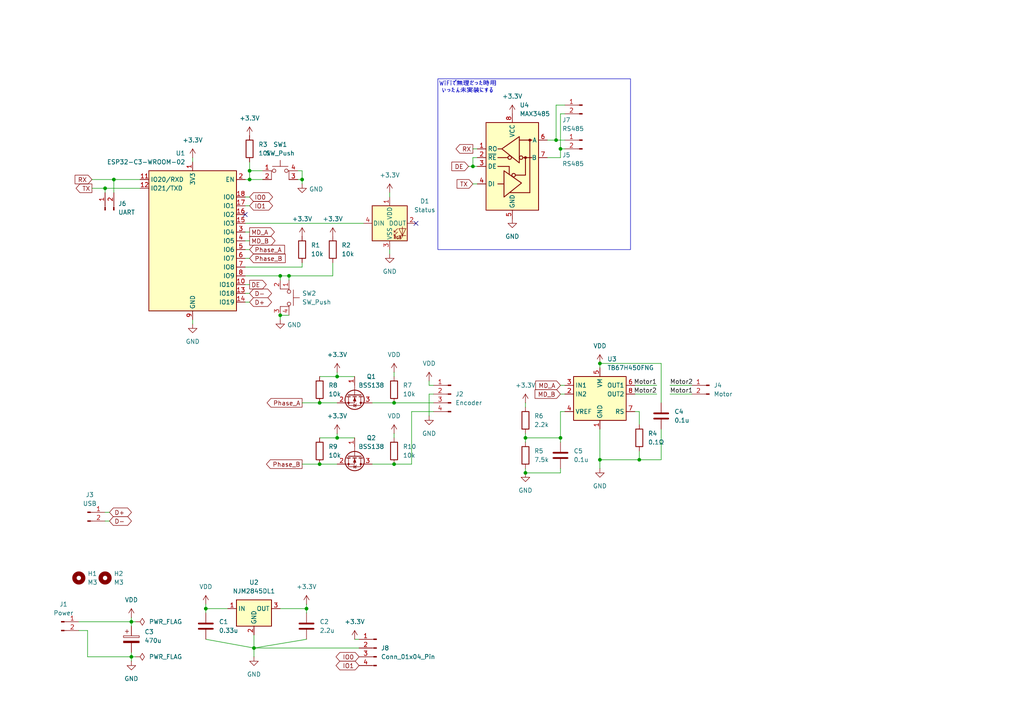
<source format=kicad_sch>
(kicad_sch (version 20250114) (generator "eeschema") (generator_version "9.0")
  (paper "A4")
  (lib_symbols
    (symbol "Connector:Conn_01x02_Pin" (pin_names (offset 1.016) (hide yes))
      (property "Reference" "J" (at 0 2.54 0))
      (property "Value" "Conn_01x02_Pin" (at 0 -5.08 0))
      (symbol "Conn_01x02_Pin_1_1"
        (rectangle (start 0.8636 0.127) (end 0 -0.127) (stroke (width 0.1524)) (fill (type outline)))
        (rectangle (start 0.8636 -2.413) (end 0 -2.667) (stroke (width 0.1524)) (fill (type outline)))
        (polyline (pts (xy 1.27 0) (xy 0.8636 0)) (stroke (width 0.1524)))
        (polyline (pts (xy 1.27 -2.54) (xy 0.8636 -2.54)) (stroke (width 0.1524)))
        (pin passive line (at 5.08 0 180) (length 3.81) (name "Pin_1") (number "1"))
        (pin passive line (at 5.08 -2.54 180) (length 3.81) (name "Pin_2") (number "2"))
      )
    )
    (symbol "Connector:Conn_01x04_Pin" (pin_names (offset 1.016) (hide yes))
      (property "Reference" "J" (at 0 5.08 0))
      (property "Value" "Conn_01x04_Pin" (at 0 -7.62 0))
      (symbol "Conn_01x04_Pin_1_1"
        (rectangle (start 0.8636 2.667) (end 0 2.413) (stroke (width 0.1524)) (fill (type outline)))
        (rectangle (start 0.8636 0.127) (end 0 -0.127) (stroke (width 0.1524)) (fill (type outline)))
        (rectangle (start 0.8636 -2.413) (end 0 -2.667) (stroke (width 0.1524)) (fill (type outline)))
        (rectangle (start 0.8636 -4.953) (end 0 -5.207) (stroke (width 0.1524)) (fill (type outline)))
        (polyline (pts (xy 1.27 2.54) (xy 0.8636 2.54)) (stroke (width 0.1524)))
        (polyline (pts (xy 1.27 0) (xy 0.8636 0)) (stroke (width 0.1524)))
        (polyline (pts (xy 1.27 -2.54) (xy 0.8636 -2.54)) (stroke (width 0.1524)))
        (polyline (pts (xy 1.27 -5.08) (xy 0.8636 -5.08)) (stroke (width 0.1524)))
        (pin passive line (at 5.08 2.54 180) (length 3.81) (name "Pin_1") (number "1"))
        (pin passive line (at 5.08 0 180) (length 3.81) (name "Pin_2") (number "2"))
        (pin passive line (at 5.08 -2.54 180) (length 3.81) (name "Pin_3") (number "3"))
        (pin passive line (at 5.08 -5.08 180) (length 3.81) (name "Pin_4") (number "4"))
      )
    )
    (symbol "Device:C" (pin_numbers (hide yes)) (pin_names (offset 0.254))
      (property "Reference" "C" (at 0.635 2.54 0))
      (property "Value" "C" (at 0.635 -2.54 0))
      (symbol "C_0_1"
        (polyline (pts (xy -2.032 0.762) (xy 2.032 0.762)) (stroke (width 0.508)))
        (polyline (pts (xy -2.032 -0.762) (xy 2.032 -0.762)) (stroke (width 0.508)))
      )
      (symbol "C_1_1"
        (pin passive line (at 0 3.81 270) (length 2.794) (name "~") (number "1"))
        (pin passive line (at 0 -3.81 90) (length 2.794) (name "~") (number "2"))
      )
    )
    (symbol "Device:C_Polarized" (pin_numbers (hide yes)) (pin_names (offset 0.254))
      (property "Reference" "C" (at 0.635 2.54 0))
      (property "Value" "C_Polarized" (at 0.635 -2.54 0))
      (symbol "C_Polarized_0_1"
        (rectangle (start -2.286 0.508) (end 2.286 1.016))
        (polyline (pts (xy -1.778 2.286) (xy -0.762 2.286)))
        (polyline (pts (xy -1.27 2.794) (xy -1.27 1.778)))
        (rectangle (start 2.286 -0.508) (end -2.286 -1.016) (fill (type outline)))
      )
      (symbol "C_Polarized_1_1"
        (pin passive line (at 0 3.81 270) (length 2.794) (name "~") (number "1"))
        (pin passive line (at 0 -3.81 90) (length 2.794) (name "~") (number "2"))
      )
    )
    (symbol "Device:R" (pin_numbers (hide yes)) (pin_names (offset 0))
      (property "Reference" "R" (at 2.032 0 90))
      (property "Value" "R" (at 0 0 90))
      (symbol "R_0_1"
        (rectangle (start -1.016 -2.54) (end 1.016 2.54) (stroke (width 0.254)))
      )
      (symbol "R_1_1"
        (pin passive line (at 0 3.81 270) (length 1.27) (name "~") (number "1"))
        (pin passive line (at 0 -3.81 90) (length 1.27) (name "~") (number "2"))
      )
    )
    (symbol "Interface_UART:MAX3485"
      (property "Reference" "U" (at -6.985 13.97 0))
      (property "Value" "MAX3485" (at 1.905 13.97 0))
      (symbol "MAX3485_0_1"
        (rectangle (start -7.62 12.7) (end 7.62 -12.7) (stroke (width 0.254)) (fill (type background)))
        (polyline (pts (xy -4.191 2.54) (xy -1.27 2.54)) (stroke (width 0.254)))
        (polyline (pts (xy -4.191 0) (xy -0.889 0) (xy -0.889 -2.286)) (stroke (width 0.254)))
        (polyline (pts (xy -3.175 5.08) (xy -4.191 5.08) (xy -4.064 5.08)) (stroke (width 0.254)))
        (polyline (pts (xy -2.54 -5.08) (xy -4.191 -5.08)) (stroke (width 0.254)))
        (polyline (pts (xy -2.413 -5.08) (xy -2.413 -1.27) (xy 2.667 -4.826) (xy -2.413 -8.89) (xy -2.413 -5.08)) (stroke (width 0.254)))
        (polyline (pts (xy -0.635 -7.62) (xy 5.08 -7.62)) (stroke (width 0.254)))
        (circle (center 0.381 -2.54) (radius 0.508) (stroke (width 0.254)))
        (polyline (pts (xy 0.889 -2.54) (xy 3.81 -2.54)) (stroke (width 0.254)))
        (polyline (pts (xy 2.032 7.62) (xy 5.715 7.62)) (stroke (width 0.254)))
        (polyline (pts (xy 3.048 2.54) (xy 5.715 2.54)) (stroke (width 0.254)))
        (circle (center 3.81 2.54) (radius 0.2794) (stroke (width 0.254)) (fill (type outline)))
        (polyline (pts (xy 3.81 -2.54) (xy 3.81 2.54)) (stroke (width 0.254)))
        (polyline (pts (xy 5.08 -7.62) (xy 5.08 7.62)) (stroke (width 0.254)))
      )
      (symbol "MAX3485_1_1"
        (circle (center -0.762 2.54) (radius 0.508) (stroke (width 0.254)))
        (polyline (pts (xy 2.032 4.826) (xy 2.032 8.636) (xy -3.048 5.08) (xy 2.032 1.016) (xy 2.032 4.826)) (stroke (width 0.254)))
        (circle (center 2.54 2.54) (radius 0.508) (stroke (width 0.254)))
        (circle (center 5.08 7.62) (radius 0.2794) (stroke (width 0.254)) (fill (type outline)))
        (pin output line (at -10.16 5.08 0) (length 2.54) (name "RO") (number "1"))
        (pin input line (at -10.16 2.54 0) (length 2.54) (name "~{RE}") (number "2"))
        (pin input line (at -10.16 0 0) (length 2.54) (name "DE") (number "3"))
        (pin input line (at -10.16 -5.08 0) (length 2.54) (name "DI") (number "4"))
        (pin power_in line (at 0 15.24 270) (length 2.54) (name "VCC") (number "8"))
        (pin power_in line (at 0 -15.24 90) (length 2.54) (name "GND") (number "5"))
        (pin bidirectional line (at 10.16 7.62 180) (length 2.54) (name "A") (number "6"))
        (pin bidirectional line (at 10.16 2.54 180) (length 2.54) (name "B") (number "7"))
      )
    )
    (symbol "LED:WS2812B" (pin_names (offset 0.254))
      (property "Reference" "D" (at 5.08 5.715 0))
      (property "Value" "WS2812B" (at 1.27 -5.715 0))
      (symbol "WS2812B_0_0"
        (text "RGB" (at 2.286 -4.191 0) (effects (font (size 0.762 0.762))))
      )
      (symbol "WS2812B_0_1"
        (polyline (pts (xy 1.27 -2.54) (xy 1.778 -2.54)))
        (polyline (pts (xy 1.27 -3.556) (xy 1.778 -3.556)))
        (polyline (pts (xy 2.286 -1.524) (xy 1.27 -2.54) (xy 1.27 -2.032)))
        (polyline (pts (xy 2.286 -2.54) (xy 1.27 -3.556) (xy 1.27 -3.048)))
        (polyline (pts (xy 3.683 -1.016) (xy 3.683 -3.556) (xy 3.683 -4.064)))
        (polyline (pts (xy 4.699 -1.524) (xy 2.667 -1.524) (xy 3.683 -3.556) (xy 4.699 -1.524)))
        (polyline (pts (xy 4.699 -3.556) (xy 2.667 -3.556)))
        (rectangle (start 5.08 5.08) (end -5.08 -5.08) (stroke (width 0.254)) (fill (type background)))
      )
      (symbol "WS2812B_1_1"
        (pin input line (at -7.62 0 0) (length 2.54) (name "DIN") (number "4"))
        (pin power_in line (at 0 7.62 270) (length 2.54) (name "VDD") (number "1"))
        (pin power_in line (at 0 -7.62 90) (length 2.54) (name "VSS") (number "3"))
        (pin output line (at 7.62 0 180) (length 2.54) (name "DOUT") (number "2"))
      )
    )
    (symbol "Mechanical:MountingHole" (pin_names (offset 1.016)) (in_bom no)
      (property "Reference" "H" (at 0 5.08 0))
      (property "Value" "MountingHole" (at 0 3.175 0))
      (symbol "MountingHole_0_1"
        (circle (center 0 0) (radius 1.27) (stroke (width 1.27)))
      )
    )
    (symbol "RF_Module:ESP32-C3-WROOM-02"
      (property "Reference" "U" (at -12.192 21.336 0))
      (property "Value" "ESP32-C3-WROOM-02" (at 12.192 21.336 0))
      (symbol "ESP32-C3-WROOM-02_1_1"
        (rectangle (start -12.7 20.32) (end 12.7 -20.32) (stroke (width 0.254)) (fill (type background)))
        (pin input line (at -15.24 17.78 0) (length 2.54) (name "EN") (number "2"))
        (pin bidirectional line (at -15.24 12.7 0) (length 2.54) (name "IO0") (number "18"))
        (pin bidirectional line (at -15.24 10.16 0) (length 2.54) (name "IO1") (number "17"))
        (pin bidirectional line (at -15.24 7.62 0) (length 2.54) (name "IO2") (number "16"))
        (pin bidirectional line (at -15.24 5.08 0) (length 2.54) (name "IO3") (number "15"))
        (pin bidirectional line (at -15.24 2.54 0) (length 2.54) (name "IO4") (number "3"))
        (pin bidirectional line (at -15.24 0 0) (length 2.54) (name "IO5") (number "4"))
        (pin bidirectional line (at -15.24 -2.54 0) (length 2.54) (name "IO6") (number "5"))
        (pin bidirectional line (at -15.24 -5.08 0) (length 2.54) (name "IO7") (number "6"))
        (pin bidirectional line (at -15.24 -7.62 0) (length 2.54) (name "IO8") (number "7"))
        (pin bidirectional line (at -15.24 -10.16 0) (length 2.54) (name "IO9") (number "8"))
        (pin bidirectional line (at -15.24 -12.7 0) (length 2.54) (name "IO10") (number "10"))
        (pin bidirectional line (at -15.24 -15.24 0) (length 2.54) (name "IO18") (number "13"))
        (pin bidirectional line (at -15.24 -17.78 0) (length 2.54) (name "IO19") (number "14"))
        (pin power_in line (at 0 22.86 270) (length 2.54) (name "3V3") (number "1"))
        (pin passive line (at 0 -22.86 90) (length 2.54) (hide yes) (name "GND") (number "19"))
        (pin power_in line (at 0 -22.86 90) (length 2.54) (name "GND") (number "9"))
        (pin bidirectional line (at 15.24 17.78 180) (length 2.54) (name "IO20/RXD") (number "11"))
        (pin bidirectional line (at 15.24 15.24 180) (length 2.54) (name "IO21/TXD") (number "12"))
      )
    )
    (symbol "Regulator_Linear:UA78M33QDCYRQ1"
      (property "Reference" "U" (at -3.81 3.175 0))
      (property "Value" "UA78M33QDCYRQ1" (at 0 3.175 0))
      (symbol "UA78M33QDCYRQ1_0_1"
        (rectangle (start -5.08 2.54) (end 5.08 -5.08) (stroke (width 0.254)) (fill (type background)))
      )
      (symbol "UA78M33QDCYRQ1_1_1"
        (pin power_in line (at -7.62 0 0) (length 2.54) (name "IN") (number "1"))
        (pin power_in line (at 0 -7.62 90) (length 2.54) (name "GND") (number "2"))
        (pin power_out line (at 7.62 0 180) (length 2.54) (name "OUT") (number "3"))
      )
    )
    (symbol "Switch:SW_MEC_5E" (pin_names (offset 1.016) (hide yes))
      (property "Reference" "SW" (at 0.635 5.715 0))
      (property "Value" "SW_MEC_5E" (at 0 -3.175 0))
      (symbol "SW_MEC_5E_0_1"
        (polyline (pts (xy -2.54 0) (xy -2.54 2.54) (xy -2.286 2.54)))
        (polyline (pts (xy -2.286 3.81) (xy 2.286 3.81)))
        (circle (center -1.778 2.54) (radius 0.508))
        (polyline (pts (xy 0 3.81) (xy 0 5.588)))
        (circle (center 1.778 2.54) (radius 0.508))
        (polyline (pts (xy 2.54 0) (xy 2.54 2.54) (xy 2.286 2.54)))
        (pin passive line (at -5.08 2.54 0) (length 2.54) (name "1") (number "1"))
        (pin passive line (at -5.08 0 0) (length 2.54) (name "2") (number "2"))
        (pin passive line (at 5.08 2.54 180) (length 2.54) (name "A") (number "4"))
        (pin passive line (at 5.08 0 180) (length 2.54) (name "K") (number "3"))
      )
    )
    (symbol "TB67H450FNG:TB67H450FNG"
      (property "Reference" "U" (at 2.54 9.652 0))
      (property "Value" "TB67H450FNG" (at 8.636 7.62 0))
      (symbol "TB67H450FNG_0_1"
        (rectangle (start -7.62 6.35) (end 7.62 -6.35) (stroke (width 0.254)) (fill (type background)))
      )
      (symbol "TB67H450FNG_1_1"
        (pin input line (at -10.16 3.81 0) (length 2.54) (name "IN1") (number "3"))
        (pin input line (at -10.16 1.27 0) (length 2.54) (name "IN2") (number "2"))
        (pin input line (at -10.16 -3.81 0) (length 2.54) (name "VREF") (number "4"))
        (pin power_in line (at 0 8.89 270) (length 2.54) (name "VM") (number "5"))
        (pin power_in line (at 0 -8.89 90) (length 2.54) (name "GND") (number "1"))
        (pin passive line (at 0 -8.89 90) (length 2.54) (hide yes) (name "EP") (number "9"))
        (pin output line (at 10.16 3.81 180) (length 2.54) (name "OUT1") (number "6"))
        (pin output line (at 10.16 1.27 180) (length 2.54) (name "OUT2") (number "8"))
        (pin passive line (at 10.16 -3.81 180) (length 2.54) (name "RS") (number "7"))
      )
    )
    (symbol "Transistor_FET:BSS138" (pin_names (hide yes))
      (property "Reference" "Q" (at 5.08 1.905 0))
      (property "Value" "BSS138" (at 5.08 0 0))
      (symbol "BSS138_0_1"
        (polyline (pts (xy 0.254 1.905) (xy 0.254 -1.905)) (stroke (width 0.254)))
        (polyline (pts (xy 0.254 0) (xy -2.54 0)))
        (polyline (pts (xy 0.762 2.286) (xy 0.762 1.27)) (stroke (width 0.254)))
        (polyline (pts (xy 0.762 0.508) (xy 0.762 -0.508)) (stroke (width 0.254)))
        (polyline (pts (xy 0.762 -1.27) (xy 0.762 -2.286)) (stroke (width 0.254)))
        (polyline (pts (xy 0.762 -1.778) (xy 3.302 -1.778) (xy 3.302 1.778) (xy 0.762 1.778)))
        (polyline (pts (xy 1.016 0) (xy 2.032 0.381) (xy 2.032 -0.381) (xy 1.016 0)) (fill (type outline)))
        (circle (center 1.651 0) (radius 2.794) (stroke (width 0.254)))
        (polyline (pts (xy 2.54 2.54) (xy 2.54 1.778)))
        (circle (center 2.54 1.778) (radius 0.254) (fill (type outline)))
        (circle (center 2.54 -1.778) (radius 0.254) (fill (type outline)))
        (polyline (pts (xy 2.54 -2.54) (xy 2.54 0) (xy 0.762 0)))
        (polyline (pts (xy 2.794 0.508) (xy 2.921 0.381) (xy 3.683 0.381) (xy 3.81 0.254)))
        (polyline (pts (xy 3.302 0.381) (xy 2.921 -0.254) (xy 3.683 -0.254) (xy 3.302 0.381)))
      )
      (symbol "BSS138_1_1"
        (pin input line (at -5.08 0 0) (length 2.54) (name "G") (number "1"))
        (pin passive line (at 2.54 5.08 270) (length 2.54) (name "D") (number "3"))
        (pin passive line (at 2.54 -5.08 90) (length 2.54) (name "S") (number "2"))
      )
    )
    (symbol "power:+3.3V" (power) (pin_numbers (hide yes)) (pin_names (offset 0) (hide yes))
      (property "Value" "+3.3V" (at 0 3.556 0))
      (symbol "+3.3V_0_1"
        (polyline (pts (xy -0.762 1.27) (xy 0 2.54)))
        (polyline (pts (xy 0 2.54) (xy 0.762 1.27)))
        (polyline (pts (xy 0 0) (xy 0 2.54)))
      )
      (symbol "+3.3V_1_1"
        (pin power_in line (at 0 0 90) (length 0) (name "~") (number "1"))
      )
    )
    (symbol "power:GND" (power) (pin_numbers (hide yes)) (pin_names (offset 0) (hide yes))
      (property "Value" "GND" (at 0 -3.81 0))
      (symbol "GND_0_1"
        (polyline (pts (xy 0 0) (xy 0 -1.27) (xy 1.27 -1.27) (xy 0 -2.54) (xy -1.27 -1.27) (xy 0 -1.27)))
      )
      (symbol "GND_1_1"
        (pin power_in line (at 0 0 270) (length 0) (name "~") (number "1"))
      )
    )
    (symbol "power:PWR_FLAG" (power) (pin_numbers (hide yes)) (pin_names (offset 0) (hide yes))
      (property "Value" "PWR_FLAG" (at 0 3.81 0))
      (symbol "PWR_FLAG_0_0"
        (pin power_out line (at 0 0 90) (length 0) (name "~") (number "1"))
      )
      (symbol "PWR_FLAG_0_1"
        (polyline (pts (xy 0 0) (xy 0 1.27) (xy -1.016 1.905) (xy 0 2.54) (xy 1.016 1.905) (xy 0 1.27)))
      )
    )
    (symbol "power:VDD" (power) (pin_numbers (hide yes)) (pin_names (offset 0) (hide yes))
      (property "Value" "VDD" (at 0 3.556 0))
      (symbol "VDD_0_1"
        (polyline (pts (xy -0.762 1.27) (xy 0 2.54)))
        (polyline (pts (xy 0 2.54) (xy 0.762 1.27)))
        (polyline (pts (xy 0 0) (xy 0 2.54)))
      )
      (symbol "VDD_1_1"
        (pin power_in line (at 0 0 90) (length 0) (name "~") (number "1"))
      )
    )
  )
  (rectangle (start 127 22.86) (end 182.88 72.39))
  (text "WiFiで無理だった時用\nいったん未実装にする" (at 135.636 25.4 0) (effects (font (size 1.27 1.27))))
  (junction (at 173.99 105.41))
  (junction (at 161.29 40.64))
  (junction (at 30.48 54.61))
  (junction (at 88.9 176.53))
  (junction (at 114.3 134.62))
  (junction (at 81.28 80.01))
  (junction (at 97.79 109.22))
  (junction (at 33.02 52.07))
  (junction (at 83.82 80.01))
  (junction (at 92.71 116.84))
  (junction (at 92.71 134.62))
  (junction (at 152.4 137.16))
  (junction (at 162.56 43.18))
  (junction (at 81.28 91.44))
  (junction (at 87.63 52.07))
  (junction (at 173.99 133.35))
  (junction (at 59.69 176.53))
  (junction (at 38.1 180.34))
  (junction (at 72.39 52.07))
  (junction (at 73.66 187.96))
  (junction (at 97.79 127))
  (junction (at 185.42 133.35))
  (junction (at 137.16 48.26))
  (junction (at 72.39 49.53))
  (junction (at 162.56 127))
  (junction (at 152.4 127))
  (junction (at 38.1 190.5))
  (junction (at 114.3 116.84))
  (no_connect (at 71.12 62.23))
  (no_connect (at 120.65 64.77))
  (wire (pts (xy 107.95 116.84) (xy 114.3 116.84)))
  (wire (pts (xy 25.4 182.88) (xy 25.4 190.5)))
  (wire (pts (xy 87.63 134.62) (xy 92.71 134.62)))
  (wire (pts (xy 124.46 114.3) (xy 124.46 120.65)))
  (wire (pts (xy 92.71 109.22) (xy 97.79 109.22)))
  (wire (pts (xy 87.63 53.34) (xy 87.63 52.07)))
  (wire (pts (xy 200.66 111.76) (xy 194.31 111.76)))
  (wire (pts (xy 185.42 133.35) (xy 191.77 133.35)))
  (wire (pts (xy 92.71 116.84) (xy 97.79 116.84)))
  (wire (pts (xy 55.88 45.72) (xy 55.88 46.99)))
  (wire (pts (xy 72.39 46.99) (xy 72.39 49.53)))
  (wire (pts (xy 135.89 48.26) (xy 137.16 48.26)))
  (wire (pts (xy 161.29 30.48) (xy 161.29 40.64)))
  (wire (pts (xy 113.03 73.66) (xy 113.03 72.39)))
  (wire (pts (xy 81.28 80.01) (xy 81.28 81.28)))
  (wire (pts (xy 173.99 133.35) (xy 185.42 133.35)))
  (wire (pts (xy 161.29 30.48) (xy 163.83 30.48)))
  (wire (pts (xy 137.16 43.18) (xy 138.43 43.18)))
  (wire (pts (xy 83.82 80.01) (xy 96.52 80.01)))
  (wire (pts (xy 88.9 175.26) (xy 88.9 176.53)))
  (wire (pts (xy 124.46 111.76) (xy 125.73 111.76)))
  (wire (pts (xy 138.43 45.72) (xy 137.16 45.72)))
  (wire (pts (xy 87.63 116.84) (xy 92.71 116.84)))
  (wire (pts (xy 38.1 179.07) (xy 38.1 180.34)))
  (wire (pts (xy 72.39 59.69) (xy 71.12 59.69)))
  (wire (pts (xy 184.15 111.76) (xy 190.5 111.76)))
  (wire (pts (xy 162.56 43.18) (xy 162.56 45.72)))
  (wire (pts (xy 30.48 54.61) (xy 40.64 54.61)))
  (wire (pts (xy 38.1 190.5) (xy 38.1 189.23)))
  (wire (pts (xy 119.38 119.38) (xy 119.38 134.62)))
  (wire (pts (xy 184.15 119.38) (xy 185.42 119.38)))
  (wire (pts (xy 191.77 116.84) (xy 191.77 105.41)))
  (wire (pts (xy 173.99 105.41) (xy 173.99 106.68)))
  (wire (pts (xy 158.75 40.64) (xy 161.29 40.64)))
  (wire (pts (xy 31.75 151.13) (xy 30.48 151.13)))
  (wire (pts (xy 162.56 45.72) (xy 158.75 45.72)))
  (wire (pts (xy 124.46 110.49) (xy 124.46 111.76)))
  (wire (pts (xy 71.12 80.01) (xy 81.28 80.01)))
  (wire (pts (xy 30.48 54.61) (xy 30.48 55.88)))
  (wire (pts (xy 87.63 77.47) (xy 71.12 77.47)))
  (wire (pts (xy 71.12 82.55) (xy 72.39 82.55)))
  (wire (pts (xy 71.12 85.09) (xy 72.39 85.09)))
  (wire (pts (xy 152.4 128.27) (xy 152.4 127)))
  (wire (pts (xy 92.71 134.62) (xy 97.79 134.62)))
  (wire (pts (xy 81.28 80.01) (xy 83.82 80.01)))
  (wire (pts (xy 162.56 111.76) (xy 163.83 111.76)))
  (wire (pts (xy 162.56 43.18) (xy 162.56 33.02)))
  (wire (pts (xy 33.02 52.07) (xy 33.02 55.88)))
  (wire (pts (xy 73.66 187.96) (xy 73.66 190.5)))
  (wire (pts (xy 114.3 116.84) (xy 125.73 116.84)))
  (wire (pts (xy 162.56 127) (xy 162.56 128.27)))
  (wire (pts (xy 71.12 69.85) (xy 72.39 69.85)))
  (wire (pts (xy 113.03 55.88) (xy 113.03 57.15)))
  (wire (pts (xy 152.4 127) (xy 152.4 125.73)))
  (wire (pts (xy 59.69 176.53) (xy 59.69 177.8)))
  (wire (pts (xy 55.88 92.71) (xy 55.88 93.98)))
  (wire (pts (xy 87.63 76.2) (xy 87.63 77.47)))
  (wire (pts (xy 88.9 176.53) (xy 88.9 177.8)))
  (wire (pts (xy 38.1 180.34) (xy 38.1 181.61)))
  (wire (pts (xy 38.1 190.5) (xy 38.1 191.77)))
  (wire (pts (xy 26.67 54.61) (xy 30.48 54.61)))
  (wire (pts (xy 31.75 148.59) (xy 30.48 148.59)))
  (wire (pts (xy 71.12 72.39) (xy 72.39 72.39)))
  (wire (pts (xy 59.69 185.42) (xy 73.66 187.96)))
  (wire (pts (xy 137.16 45.72) (xy 137.16 48.26)))
  (wire (pts (xy 152.4 116.84) (xy 152.4 118.11)))
  (wire (pts (xy 71.12 52.07) (xy 72.39 52.07)))
  (wire (pts (xy 26.67 52.07) (xy 33.02 52.07)))
  (wire (pts (xy 87.63 52.07) (xy 86.36 52.07)))
  (wire (pts (xy 114.3 125.73) (xy 114.3 127)))
  (wire (pts (xy 38.1 190.5) (xy 39.37 190.5)))
  (wire (pts (xy 71.12 64.77) (xy 105.41 64.77)))
  (wire (pts (xy 163.83 43.18) (xy 162.56 43.18)))
  (wire (pts (xy 162.56 137.16) (xy 162.56 135.89)))
  (wire (pts (xy 102.87 127) (xy 97.79 127)))
  (wire (pts (xy 59.69 175.26) (xy 59.69 176.53)))
  (wire (pts (xy 185.42 130.81) (xy 185.42 133.35)))
  (wire (pts (xy 38.1 180.34) (xy 39.37 180.34)))
  (wire (pts (xy 73.66 184.15) (xy 73.66 187.96)))
  (wire (pts (xy 83.82 80.01) (xy 83.82 81.28)))
  (wire (pts (xy 88.9 185.42) (xy 73.66 187.96)))
  (wire (pts (xy 87.63 49.53) (xy 86.36 49.53)))
  (wire (pts (xy 72.39 49.53) (xy 72.39 52.07)))
  (wire (pts (xy 162.56 127) (xy 162.56 119.38)))
  (wire (pts (xy 162.56 114.3) (xy 163.83 114.3)))
  (wire (pts (xy 119.38 134.62) (xy 114.3 134.62)))
  (wire (pts (xy 88.9 176.53) (xy 81.28 176.53)))
  (wire (pts (xy 59.69 176.53) (xy 66.04 176.53)))
  (wire (pts (xy 96.52 80.01) (xy 96.52 76.2)))
  (wire (pts (xy 71.12 87.63) (xy 72.39 87.63)))
  (wire (pts (xy 25.4 190.5) (xy 38.1 190.5)))
  (wire (pts (xy 162.56 33.02) (xy 163.83 33.02)))
  (wire (pts (xy 173.99 135.89) (xy 173.99 133.35)))
  (wire (pts (xy 92.71 127) (xy 97.79 127)))
  (wire (pts (xy 161.29 40.64) (xy 163.83 40.64)))
  (wire (pts (xy 102.87 109.22) (xy 97.79 109.22)))
  (wire (pts (xy 33.02 52.07) (xy 40.64 52.07)))
  (wire (pts (xy 102.87 185.42) (xy 104.14 185.42)))
  (wire (pts (xy 137.16 53.34) (xy 138.43 53.34)))
  (wire (pts (xy 73.66 187.96) (xy 104.14 187.96)))
  (wire (pts (xy 137.16 48.26) (xy 138.43 48.26)))
  (wire (pts (xy 114.3 107.95) (xy 114.3 109.22)))
  (wire (pts (xy 72.39 57.15) (xy 71.12 57.15)))
  (wire (pts (xy 184.15 114.3) (xy 190.5 114.3)))
  (wire (pts (xy 107.95 134.62) (xy 114.3 134.62)))
  (wire (pts (xy 119.38 119.38) (xy 125.73 119.38)))
  (wire (pts (xy 87.63 49.53) (xy 87.63 52.07)))
  (wire (pts (xy 81.28 91.44) (xy 81.28 92.71)))
  (wire (pts (xy 22.86 182.88) (xy 25.4 182.88)))
  (wire (pts (xy 162.56 119.38) (xy 163.83 119.38)))
  (wire (pts (xy 152.4 127) (xy 162.56 127)))
  (wire (pts (xy 22.86 180.34) (xy 38.1 180.34)))
  (wire (pts (xy 72.39 52.07) (xy 76.2 52.07)))
  (wire (pts (xy 71.12 74.93) (xy 72.39 74.93)))
  (wire (pts (xy 200.66 114.3) (xy 194.31 114.3)))
  (wire (pts (xy 71.12 67.31) (xy 72.39 67.31)))
  (wire (pts (xy 81.28 91.44) (xy 83.82 91.44)))
  (wire (pts (xy 173.99 124.46) (xy 173.99 133.35)))
  (wire (pts (xy 125.73 114.3) (xy 124.46 114.3)))
  (wire (pts (xy 152.4 137.16) (xy 162.56 137.16)))
  (wire (pts (xy 191.77 105.41) (xy 173.99 105.41)))
  (wire (pts (xy 72.39 49.53) (xy 76.2 49.53)))
  (wire (pts (xy 185.42 119.38) (xy 185.42 123.19)))
  (wire (pts (xy 97.79 125.73) (xy 97.79 127)))
  (wire (pts (xy 152.4 135.89) (xy 152.4 137.16)))
  (wire (pts (xy 97.79 107.95) (xy 97.79 109.22)))
  (wire (pts (xy 191.77 133.35) (xy 191.77 124.46)))
  (label "Motor1" (at 194.31 114.3 0))
  (label "Motor1" (at 190.5 111.76 180))
  (label "Motor2" (at 194.31 111.76 0))
  (label "Motor2" (at 190.5 114.3 180))
  (global_label "Phase_B" (shape output) (at 87.63 134.62 180) (property "Intersheetrefs" "${INTERSHEET_REFS}" (effects (hide yes))))
  (global_label "TX" (shape output) (at 26.67 54.61 180) (property "Intersheetrefs" "${INTERSHEET_REFS}" (effects (hide yes))))
  (global_label "D+" (shape bidirectional) (at 31.75 148.59 0) (property "Intersheetrefs" "${INTERSHEET_REFS}" (effects (hide yes))))
  (global_label "Phase_A" (shape input) (at 72.39 72.39 0) (property "Intersheetrefs" "${INTERSHEET_REFS}" (effects (hide yes))))
  (global_label "DE" (shape input) (at 135.89 48.26 180) (property "Intersheetrefs" "${INTERSHEET_REFS}" (effects (hide yes))))
  (global_label "D+" (shape bidirectional) (at 72.39 87.63 0) (property "Intersheetrefs" "${INTERSHEET_REFS}" (effects (hide yes))))
  (global_label "D-" (shape bidirectional) (at 72.39 85.09 0) (property "Intersheetrefs" "${INTERSHEET_REFS}" (effects (hide yes))))
  (global_label "IO1" (shape bidirectional) (at 104.14 193.04 180) (property "Intersheetrefs" "${INTERSHEET_REFS}" (effects (hide yes))))
  (global_label "RX" (shape output) (at 137.16 43.18 180) (property "Intersheetrefs" "${INTERSHEET_REFS}" (effects (hide yes))))
  (global_label "MD_B" (shape output) (at 72.39 69.85 0) (property "Intersheetrefs" "${INTERSHEET_REFS}" (effects (hide yes))))
  (global_label "IO1" (shape bidirectional) (at 72.39 59.69 0) (property "Intersheetrefs" "${INTERSHEET_REFS}" (effects (hide yes))))
  (global_label "TX" (shape input) (at 137.16 53.34 180) (property "Intersheetrefs" "${INTERSHEET_REFS}" (effects (hide yes))))
  (global_label "Phase_B" (shape input) (at 72.39 74.93 0) (property "Intersheetrefs" "${INTERSHEET_REFS}" (effects (hide yes))))
  (global_label "Phase_A" (shape output) (at 87.63 116.84 180) (property "Intersheetrefs" "${INTERSHEET_REFS}" (effects (hide yes))))
  (global_label "MD_A" (shape input) (at 162.56 111.76 180) (property "Intersheetrefs" "${INTERSHEET_REFS}" (effects (hide yes))))
  (global_label "DE" (shape output) (at 72.39 82.55 0) (property "Intersheetrefs" "${INTERSHEET_REFS}" (effects (hide yes))))
  (global_label "IO0" (shape bidirectional) (at 104.14 190.5 180) (property "Intersheetrefs" "${INTERSHEET_REFS}" (effects (hide yes))))
  (global_label "RX" (shape input) (at 26.67 52.07 180) (property "Intersheetrefs" "${INTERSHEET_REFS}" (effects (hide yes))))
  (global_label "IO0" (shape bidirectional) (at 72.39 57.15 0) (property "Intersheetrefs" "${INTERSHEET_REFS}" (effects (hide yes))))
  (global_label "MD_B" (shape input) (at 162.56 114.3 180) (property "Intersheetrefs" "${INTERSHEET_REFS}" (effects (hide yes))))
  (global_label "D-" (shape bidirectional) (at 31.75 151.13 0) (property "Intersheetrefs" "${INTERSHEET_REFS}" (effects (hide yes))))
  (global_label "MD_A" (shape output) (at 72.39 67.31 0) (property "Intersheetrefs" "${INTERSHEET_REFS}" (effects (hide yes))))
  (symbol (lib_id "Mechanical:MountingHole") (at 22.86 167.64 0) (unit 1) (exclude_from_sim yes) (in_bom no)
    (property "Reference" "H1" (at 25.4 166.3699 0) (effects (justify left)))
    (property "Value" "M3" (at 25.4 168.9099 0) (effects (justify left)))
    (property "Footprint" "MountingHole:MountingHole_3.2mm_M3" (effects (hide yes)))
    (property "Description" "Mounting Hole without connection" (effects (hide yes)))
  )
  (symbol (lib_id "Device:C") (at 88.9 181.61 0) (unit 1)
    (property "Reference" "C2" (at 92.71 180.3399 0) (effects (justify left)))
    (property "Value" "2.2u" (at 92.71 182.8799 0) (effects (justify left)))
    (property "Footprint" "Capacitor_SMD:C_0603_1608Metric" (effects (hide yes)))
    (property "Description" "Unpolarized capacitor" (effects (hide yes)))
  )
  (symbol (lib_id "power:GND") (at 55.88 93.98 0) (unit 1)
    (property "Reference" "#PWR05" (effects (hide yes)))
    (property "Value" "GND" (at 55.88 99.06 0))
    (property "Description" "Power symbol creates a global label with name \"GND\" , ground" (effects (hide yes)))
  )
  (symbol (lib_id "Device:R") (at 152.4 121.92 0) (unit 1)
    (property "Reference" "R6" (at 154.94 120.6499 0) (effects (justify left)))
    (property "Value" "2.2k" (at 154.94 123.1899 0) (effects (justify left)))
    (property "Footprint" "Resistor_SMD:R_0603_1608Metric" (effects (hide yes)))
    (property "Description" "Resistor" (effects (hide yes)))
  )
  (symbol (lib_id "Transistor_FET:BSS138") (at 102.87 114.3 270) (unit 1)
    (property "Reference" "Q1" (at 107.696 109.22 90))
    (property "Value" "BSS138" (at 107.696 111.76 90))
    (property "Footprint" "Package_TO_SOT_SMD:SOT-23" (effects (hide yes)))
    (property "Datasheet" "https://www.onsemi.com/pub/Collateral/BSS138-D.PDF" (effects (hide yes)))
    (property "Description" "50V Vds, 0.22A Id, N-Channel MOSFET, SOT-23" (effects (hide yes)))
  )
  (symbol (lib_id "power:+3.3V") (at 72.39 39.37 0) (unit 1)
    (property "Reference" "#PWR022" (effects (hide yes)))
    (property "Value" "+3.3V" (at 72.39 34.29 0))
    (property "Description" "Power symbol creates a global label with name \"+3.3V\"" (effects (hide yes)))
  )
  (symbol (lib_id "power:GND") (at 73.66 190.5 0) (unit 1)
    (property "Reference" "#PWR04" (effects (hide yes)))
    (property "Value" "GND" (at 73.66 195.58 0))
    (property "Description" "Power symbol creates a global label with name \"GND\" , ground" (effects (hide yes)))
  )
  (symbol (lib_id "power:VDD") (at 124.46 110.49 0) (unit 1)
    (property "Reference" "#PWR023" (effects (hide yes)))
    (property "Value" "VDD" (at 124.46 105.41 0))
    (property "Description" "Power symbol creates a global label with name \"VDD\"" (effects (hide yes)))
  )
  (symbol (lib_id "Mechanical:MountingHole") (at 30.48 167.64 0) (unit 1) (exclude_from_sim yes) (in_bom no)
    (property "Reference" "H2" (at 33.02 166.3699 0) (effects (justify left)))
    (property "Value" "M3" (at 33.02 168.9099 0) (effects (justify left)))
    (property "Footprint" "MountingHole:MountingHole_3.2mm_M3" (effects (hide yes)))
    (property "Description" "Mounting Hole without connection" (effects (hide yes)))
  )
  (symbol (lib_id "Connector:Conn_01x02_Pin") (at 168.91 40.64 0) (mirror y) (unit 1)
    (property "Reference" "J5" (at 163.068 44.958 0) (effects (justify right)))
    (property "Value" "RS485" (at 163.068 47.498 0) (effects (justify right)))
    (property "Footprint" "Connector_JST:JST_XH_B2B-XH-A_1x02_P2.50mm_Vertical" (effects (hide yes)))
    (property "Description" "Generic connector, single row, 01x02, script generated" (effects (hide yes)))
  )
  (symbol (lib_id "LED:WS2812B") (at 113.03 64.77 0) (unit 1)
    (property "Reference" "D1" (at 123.19 58.3498 0))
    (property "Value" "Status" (at 123.19 60.8898 0))
    (property "Footprint" "LED_SMD:LED_WS2812B_PLCC4_5.0x5.0mm_P3.2mm" (effects (hide yes)))
    (property "Datasheet" "https://cdn-shop.adafruit.com/datasheets/WS2812B.pdf" (effects (hide yes)))
    (property "Description" "RGB LED with integrated controller" (effects (hide yes)))
  )
  (symbol (lib_id "power:GND") (at 173.99 135.89 0) (unit 1)
    (property "Reference" "#PWR011" (effects (hide yes)))
    (property "Value" "GND" (at 173.99 140.97 0))
    (property "Description" "Power symbol creates a global label with name \"GND\" , ground" (effects (hide yes)))
  )
  (symbol (lib_id "Device:R") (at 96.52 72.39 0) (unit 1)
    (property "Reference" "R2" (at 99.06 71.1199 0) (effects (justify left)))
    (property "Value" "10k" (at 99.06 73.6599 0) (effects (justify left)))
    (property "Footprint" "Resistor_SMD:R_0603_1608Metric" (effects (hide yes)))
    (property "Description" "Resistor" (effects (hide yes)))
  )
  (symbol (lib_id "Device:R") (at 87.63 72.39 0) (unit 1)
    (property "Reference" "R1" (at 90.17 71.1199 0) (effects (justify left)))
    (property "Value" "10k" (at 90.17 73.6599 0) (effects (justify left)))
    (property "Footprint" "Resistor_SMD:R_0603_1608Metric" (effects (hide yes)))
    (property "Description" "Resistor" (effects (hide yes)))
  )
  (symbol (lib_id "power:VDD") (at 59.69 175.26 0) (unit 1)
    (property "Reference" "#PWR02" (effects (hide yes)))
    (property "Value" "VDD" (at 59.69 170.18 0))
    (property "Description" "Power symbol creates a global label with name \"VDD\"" (effects (hide yes)))
  )
  (symbol (lib_id "power:VDD") (at 114.3 125.73 0) (unit 1)
    (property "Reference" "#PWR026" (effects (hide yes)))
    (property "Value" "VDD" (at 114.3 120.65 0))
    (property "Description" "Power symbol creates a global label with name \"VDD\"" (effects (hide yes)))
  )
  (symbol (lib_id "power:PWR_FLAG") (at 39.37 190.5 270) (unit 1)
    (property "Reference" "#FLG02" (effects (hide yes)))
    (property "Value" "PWR_FLAG" (at 43.18 190.4999 90) (effects (justify left)))
    (property "Description" "Special symbol for telling ERC where power comes from" (effects (hide yes)))
  )
  (symbol (lib_id "Switch:SW_MEC_5E") (at 81.28 52.07 0) (unit 1)
    (property "Reference" "SW1" (at 81.28 41.91 0))
    (property "Value" "SW_Push" (at 81.28 44.45 0))
    (property "Footprint" "Library:SKRPABE010" (effects (hide yes)))
    (property "Datasheet" "http://www.apem.com/int/index.php?controller=attachment&id_attachment=1371" (effects (hide yes)))
    (property "Description" "MEC 5E single pole normally-open tactile switch" (effects (hide yes)))
  )
  (symbol (lib_id "Connector:Conn_01x04_Pin") (at 130.81 114.3 0) (mirror y) (unit 1)
    (property "Reference" "J2" (at 132.08 114.2999 0) (effects (justify right)))
    (property "Value" "Encoder" (at 132.08 116.8399 0) (effects (justify right)))
    (property "Footprint" "Connector_JST:JST_XH_B4B-XH-A_1x04_P2.50mm_Vertical" (effects (hide yes)))
    (property "Description" "Generic connector, single row, 01x04, script generated" (effects (hide yes)))
  )
  (symbol (lib_id "power:+3.3V") (at 55.88 45.72 0) (unit 1)
    (property "Reference" "#PWR01" (effects (hide yes)))
    (property "Value" "+3.3V" (at 55.88 40.64 0))
    (property "Description" "Power symbol creates a global label with name \"+3.3V\"" (effects (hide yes)))
  )
  (symbol (lib_id "Connector:Conn_01x02_Pin") (at 17.78 180.34 0) (unit 1)
    (property "Reference" "J1" (at 18.415 175.26 0))
    (property "Value" "Power" (at 18.415 177.8 0))
    (property "Footprint" "Connector_JST:JST_XH_B2B-XH-A_1x02_P2.50mm_Vertical" (effects (hide yes)))
    (property "Description" "Generic connector, single row, 01x02, script generated" (effects (hide yes)))
  )
  (symbol (lib_id "Connector:Conn_01x02_Pin") (at 205.74 111.76 0) (mirror y) (unit 1)
    (property "Reference" "J4" (at 207.01 111.7599 0) (effects (justify right)))
    (property "Value" "Motor" (at 207.01 114.2999 0) (effects (justify right)))
    (property "Footprint" "Connector_JST:JST_XH_B2B-XH-A_1x02_P2.50mm_Vertical" (effects (hide yes)))
    (property "Description" "Generic connector, single row, 01x02, script generated" (effects (hide yes)))
  )
  (symbol (lib_id "power:+3.3V") (at 148.59 33.02 0) (unit 1)
    (property "Reference" "#PWR015" (effects (hide yes)))
    (property "Value" "+3.3V" (at 148.59 27.94 0))
    (property "Description" "Power symbol creates a global label with name \"+3.3V\"" (effects (hide yes)))
  )
  (symbol (lib_id "Device:R") (at 152.4 132.08 0) (unit 1)
    (property "Reference" "R5" (at 154.94 130.8099 0) (effects (justify left)))
    (property "Value" "7.5k" (at 154.94 133.3499 0) (effects (justify left)))
    (property "Footprint" "Resistor_SMD:R_0603_1608Metric" (effects (hide yes)))
    (property "Description" "Resistor" (effects (hide yes)))
  )
  (symbol (lib_id "power:GND") (at 152.4 137.16 0) (unit 1)
    (property "Reference" "#PWR013" (effects (hide yes)))
    (property "Value" "GND" (at 152.4 142.24 0))
    (property "Description" "Power symbol creates a global label with name \"GND\" , ground" (effects (hide yes)))
  )
  (symbol (lib_id "RF_Module:ESP32-C3-WROOM-02") (at 55.88 69.85 0) (mirror y) (unit 1)
    (property "Reference" "U1" (at 53.7367 44.45 0) (effects (justify left)))
    (property "Value" "ESP32-C3-WROOM-02" (at 53.7367 46.99 0) (effects (justify left)))
    (property "Footprint" "RF_Module:ESP32-C3-WROOM-02" (effects (hide yes)))
    (property "Datasheet" "https://www.espressif.com/sites/default/files/documentation/esp32-c3-wroom-02_datasheet_en.pdf" (effects (hide yes)))
    (property "Description" "802.11 b/g/n Wi­Fi and Bluetooth 5 module, ESP32­C3 SoC, RISC­V microprocessor, On-board antenna" (effects (hide yes)))
  )
  (symbol (lib_id "Interface_UART:MAX3485") (at 148.59 48.26 0) (unit 1)
    (property "Reference" "U4" (at 150.7333 30.48 0) (effects (justify left)))
    (property "Value" "MAX3485" (at 150.7333 33.02 0) (effects (justify left)))
    (property "Footprint" "Package_SO:SOIC-8_3.9x4.9mm_P1.27mm" (effects (hide yes)))
    (property "Datasheet" "https://datasheets.maximintegrated.com/en/ds/MAX3483-MAX3491.pdf" (effects (hide yes)))
    (property "Description" "True RS-485/RS-422, 10Mbps, Slew-Rate Limited, with low-power shutdown, with receiver/driver enable, 32 receiver drive capacitity, DIP-8 and SOIC-8" (effects (hide yes)))
  )
  (symbol (lib_id "Device:R") (at 114.3 113.03 0) (unit 1)
    (property "Reference" "R7" (at 116.84 111.7599 0) (effects (justify left)))
    (property "Value" "10k" (at 116.84 114.2999 0) (effects (justify left)))
    (property "Footprint" "Resistor_SMD:R_0603_1608Metric" (effects (hide yes)))
    (property "Description" "Resistor" (effects (hide yes)))
  )
  (symbol (lib_id "power:+3.3V") (at 97.79 125.73 0) (unit 1)
    (property "Reference" "#PWR025" (effects (hide yes)))
    (property "Value" "+3.3V" (at 97.79 120.65 0))
    (property "Description" "Power symbol creates a global label with name \"+3.3V\"" (effects (hide yes)))
  )
  (symbol (lib_id "Device:R") (at 185.42 127 0) (unit 1)
    (property "Reference" "R4" (at 187.96 125.7299 0) (effects (justify left)))
    (property "Value" "0.1Ω" (at 187.96 128.2699 0) (effects (justify left)))
    (property "Footprint" "Resistor_SMD:R_2512_6332Metric" (effects (hide yes)))
    (property "Description" "Resistor" (effects (hide yes)))
  )
  (symbol (lib_id "power:+3.3V") (at 97.79 107.95 0) (unit 1)
    (property "Reference" "#PWR06" (effects (hide yes)))
    (property "Value" "+3.3V" (at 97.79 102.87 0))
    (property "Description" "Power symbol creates a global label with name \"+3.3V\"" (effects (hide yes)))
  )
  (symbol (lib_id "power:VDD") (at 173.99 105.41 0) (unit 1)
    (property "Reference" "#PWR012" (effects (hide yes)))
    (property "Value" "VDD" (at 173.99 100.33 0))
    (property "Description" "Power symbol creates a global label with name \"VDD\"" (effects (hide yes)))
  )
  (symbol (lib_id "power:GND") (at 38.1 191.77 0) (unit 1)
    (property "Reference" "#PWR010" (effects (hide yes)))
    (property "Value" "GND" (at 38.1 196.85 0))
    (property "Description" "Power symbol creates a global label with name \"GND\" , ground" (effects (hide yes)))
  )
  (symbol (lib_id "power:PWR_FLAG") (at 39.37 180.34 270) (unit 1)
    (property "Reference" "#FLG01" (effects (hide yes)))
    (property "Value" "PWR_FLAG" (at 43.18 180.3399 90) (effects (justify left)))
    (property "Description" "Special symbol for telling ERC where power comes from" (effects (hide yes)))
  )
  (symbol (lib_id "power:+3.3V") (at 96.52 68.58 0) (unit 1)
    (property "Reference" "#PWR021" (effects (hide yes)))
    (property "Value" "+3.3V" (at 96.52 63.5 0))
    (property "Description" "Power symbol creates a global label with name \"+3.3V\"" (effects (hide yes)))
  )
  (symbol (lib_id "power:VDD") (at 38.1 179.07 0) (unit 1)
    (property "Reference" "#PWR09" (effects (hide yes)))
    (property "Value" "VDD" (at 38.1 173.99 0))
    (property "Description" "Power symbol creates a global label with name \"VDD\"" (effects (hide yes)))
  )
  (symbol (lib_id "Device:C_Polarized") (at 38.1 185.42 0) (unit 1)
    (property "Reference" "C3" (at 41.91 183.2609 0) (effects (justify left)))
    (property "Value" "470u" (at 41.91 185.8009 0) (effects (justify left)))
    (property "Footprint" "Capacitor_THT:CP_Radial_D10.0mm_P5.00mm" (effects (hide yes)))
    (property "Description" "Polarized capacitor" (effects (hide yes)))
  )
  (symbol (lib_id "power:GND") (at 113.03 73.66 0) (unit 1)
    (property "Reference" "#PWR019" (effects (hide yes)))
    (property "Value" "GND" (at 113.03 78.74 0))
    (property "Description" "Power symbol creates a global label with name \"GND\" , ground" (effects (hide yes)))
  )
  (symbol (lib_id "Connector:Conn_01x04_Pin") (at 109.22 187.96 0) (mirror y) (unit 1)
    (property "Reference" "J8" (at 110.49 187.9599 0) (effects (justify right)))
    (property "Value" "Conn_01x04_Pin" (at 110.49 190.4999 0) (effects (justify right)))
    (property "Footprint" "Connector_PinHeader_2.54mm:PinHeader_1x04_P2.54mm_Vertical" (effects (hide yes)))
    (property "Description" "Generic connector, single row, 01x04, script generated" (effects (hide yes)))
  )
  (symbol (lib_id "power:GND") (at 87.63 53.34 0) (unit 1)
    (property "Reference" "#PWR014" (effects (hide yes)))
    (property "Value" "GND" (at 91.694 54.864 0))
    (property "Description" "Power symbol creates a global label with name \"GND\" , ground" (effects (hide yes)))
  )
  (symbol (lib_id "TB67H450FNG:TB67H450FNG") (at 173.99 115.57 0) (unit 1)
    (property "Reference" "U3" (at 176.1333 104.14 0) (effects (justify left)))
    (property "Value" "TB67H450FNG" (at 176.1333 106.68 0) (effects (justify left)))
    (property "Footprint" "Package_SO:HSOP-8-1EP_3.9x4.9mm_P1.27mm_EP2.3x2.3mm" (effects (hide yes)))
    (property "Datasheet" "https://toshiba.semicon-storage.com/info/TB67H450FNG_datasheet_ja_20201126.pdf?did=65345&prodName=TB67H450FNG" (effects (hide yes)))
  )
  (symbol (lib_id "power:+3.3V") (at 113.03 55.88 0) (unit 1)
    (property "Reference" "#PWR018" (effects (hide yes)))
    (property "Value" "+3.3V" (at 113.03 50.8 0))
    (property "Description" "Power symbol creates a global label with name \"+3.3V\"" (effects (hide yes)))
  )
  (symbol (lib_id "power:+3.3V") (at 102.87 185.42 0) (unit 1)
    (property "Reference" "#PWR027" (effects (hide yes)))
    (property "Value" "+3.3V" (at 102.87 180.34 0))
    (property "Description" "Power symbol creates a global label with name \"+3.3V\"" (effects (hide yes)))
  )
  (symbol (lib_id "Device:R") (at 114.3 130.81 0) (unit 1)
    (property "Reference" "R10" (at 116.84 129.5399 0) (effects (justify left)))
    (property "Value" "10k" (at 116.84 132.0799 0) (effects (justify left)))
    (property "Footprint" "Resistor_SMD:R_0603_1608Metric" (effects (hide yes)))
    (property "Description" "Resistor" (effects (hide yes)))
  )
  (symbol (lib_id "Connector:Conn_01x02_Pin") (at 168.91 30.48 0) (mirror y) (unit 1)
    (property "Reference" "J7" (at 163.068 34.798 0) (effects (justify right)))
    (property "Value" "RS485" (at 163.068 37.338 0) (effects (justify right)))
    (property "Footprint" "Connector_JST:JST_XH_B2B-XH-A_1x02_P2.50mm_Vertical" (effects (hide yes)))
    (property "Description" "Generic connector, single row, 01x02, script generated" (effects (hide yes)))
  )
  (symbol (lib_id "Transistor_FET:BSS138") (at 102.87 132.08 270) (unit 1)
    (property "Reference" "Q2" (at 107.696 127 90))
    (property "Value" "BSS138" (at 107.696 129.54 90))
    (property "Footprint" "Package_TO_SOT_SMD:SOT-23" (effects (hide yes)))
    (property "Datasheet" "https://www.onsemi.com/pub/Collateral/BSS138-D.PDF" (effects (hide yes)))
    (property "Description" "50V Vds, 0.22A Id, N-Channel MOSFET, SOT-23" (effects (hide yes)))
  )
  (symbol (lib_id "Connector:Conn_01x02_Pin") (at 25.4 148.59 0) (unit 1)
    (property "Reference" "J3" (at 26.035 143.51 0))
    (property "Value" "USB" (at 26.035 146.05 0))
    (property "Footprint" "Connector_JST:JST_XH_B2B-XH-A_1x02_P2.50mm_Vertical" (effects (hide yes)))
    (property "Description" "Generic connector, single row, 01x02, script generated" (effects (hide yes)))
  )
  (symbol (lib_id "Connector:Conn_01x02_Pin") (at 30.48 60.96 90) (unit 1)
    (property "Reference" "J6" (at 34.29 59.0549 90) (effects (justify right)))
    (property "Value" "UART" (at 34.29 61.5949 90) (effects (justify right)))
    (property "Footprint" "Connector_JST:JST_XH_B2B-XH-A_1x02_P2.50mm_Vertical" (effects (hide yes)))
    (property "Description" "Generic connector, single row, 01x02, script generated" (effects (hide yes)))
  )
  (symbol (lib_id "power:GND") (at 148.59 63.5 0) (unit 1)
    (property "Reference" "#PWR016" (effects (hide yes)))
    (property "Value" "GND" (at 148.59 68.58 0))
    (property "Description" "Power symbol creates a global label with name \"GND\" , ground" (effects (hide yes)))
  )
  (symbol (lib_id "Device:R") (at 72.39 43.18 0) (unit 1)
    (property "Reference" "R3" (at 74.93 41.9099 0) (effects (justify left)))
    (property "Value" "10k" (at 74.93 44.4499 0) (effects (justify left)))
    (property "Footprint" "Resistor_SMD:R_0603_1608Metric" (effects (hide yes)))
    (property "Description" "Resistor" (effects (hide yes)))
  )
  (symbol (lib_id "power:VDD") (at 114.3 107.95 0) (unit 1)
    (property "Reference" "#PWR024" (effects (hide yes)))
    (property "Value" "VDD" (at 114.3 102.87 0))
    (property "Description" "Power symbol creates a global label with name \"VDD\"" (effects (hide yes)))
  )
  (symbol (lib_id "power:+3.3V") (at 88.9 175.26 0) (unit 1)
    (property "Reference" "#PWR03" (effects (hide yes)))
    (property "Value" "+3.3V" (at 88.9 170.18 0))
    (property "Description" "Power symbol creates a global label with name \"+3.3V\"" (effects (hide yes)))
  )
  (symbol (lib_id "Device:R") (at 92.71 130.81 0) (unit 1)
    (property "Reference" "R9" (at 95.25 129.5399 0) (effects (justify left)))
    (property "Value" "10k" (at 95.25 132.0799 0) (effects (justify left)))
    (property "Footprint" "Resistor_SMD:R_0603_1608Metric" (effects (hide yes)))
    (property "Description" "Resistor" (effects (hide yes)))
  )
  (symbol (lib_id "Device:C") (at 59.69 181.61 0) (unit 1)
    (property "Reference" "C1" (at 63.5 180.3399 0) (effects (justify left)))
    (property "Value" "0.33u" (at 63.5 182.8799 0) (effects (justify left)))
    (property "Footprint" "Capacitor_SMD:C_0603_1608Metric" (effects (hide yes)))
    (property "Description" "Unpolarized capacitor" (effects (hide yes)))
  )
  (symbol (lib_id "Device:C") (at 191.77 120.65 0) (unit 1)
    (property "Reference" "C4" (at 195.58 119.3799 0) (effects (justify left)))
    (property "Value" "0.1u" (at 195.58 121.9199 0) (effects (justify left)))
    (property "Footprint" "Capacitor_SMD:C_0603_1608Metric" (effects (hide yes)))
    (property "Description" "Unpolarized capacitor" (effects (hide yes)))
  )
  (symbol (lib_id "Device:R") (at 92.71 113.03 0) (unit 1)
    (property "Reference" "R8" (at 95.25 111.7599 0) (effects (justify left)))
    (property "Value" "10k" (at 95.25 114.2999 0) (effects (justify left)))
    (property "Footprint" "Resistor_SMD:R_0603_1608Metric" (effects (hide yes)))
    (property "Description" "Resistor" (effects (hide yes)))
  )
  (symbol (lib_id "power:GND") (at 81.28 92.71 0) (unit 1)
    (property "Reference" "#PWR017" (effects (hide yes)))
    (property "Value" "GND" (at 85.344 94.234 0))
    (property "Description" "Power symbol creates a global label with name \"GND\" , ground" (effects (hide yes)))
  )
  (symbol (lib_id "Switch:SW_MEC_5E") (at 81.28 86.36 270) (unit 1)
    (property "Reference" "SW2" (at 87.63 85.0899 90) (effects (justify left)))
    (property "Value" "SW_Push" (at 87.63 87.6299 90) (effects (justify left)))
    (property "Footprint" "Library:SKRPABE010" (effects (hide yes)))
    (property "Datasheet" "http://www.apem.com/int/index.php?controller=attachment&id_attachment=1371" (effects (hide yes)))
    (property "Description" "MEC 5E single pole normally-open tactile switch" (effects (hide yes)))
  )
  (symbol (lib_id "power:+3.3V") (at 152.4 116.84 0) (unit 1)
    (property "Reference" "#PWR08" (effects (hide yes)))
    (property "Value" "+3.3V" (at 152.4 111.76 0))
    (property "Description" "Power symbol creates a global label with name \"+3.3V\"" (effects (hide yes)))
  )
  (symbol (lib_id "Regulator_Linear:UA78M33QDCYRQ1") (at 73.66 176.53 0) (unit 1)
    (property "Reference" "U2" (at 73.66 168.91 0))
    (property "Value" "NJM2845DL1" (at 73.66 171.45 0))
    (property "Footprint" "Package_TO_SOT_SMD:TO-252-2" (effects (hide yes)))
    (property "Datasheet" "https://www.ti.com/lit/gpn/UA78M-Q1" (effects (hide yes)))
    (property "Description" "Positive 500mA 25V Linear Regulator, Fixed Output 3.3V, SOT-223" (effects (hide yes)))
  )
  (symbol (lib_id "Device:C") (at 162.56 132.08 0) (unit 1)
    (property "Reference" "C5" (at 166.37 130.8099 0) (effects (justify left)))
    (property "Value" "0.1u" (at 166.37 133.3499 0) (effects (justify left)))
    (property "Footprint" "Capacitor_SMD:C_0603_1608Metric" (effects (hide yes)))
    (property "Description" "Unpolarized capacitor" (effects (hide yes)))
  )
  (symbol (lib_id "power:GND") (at 124.46 120.65 0) (unit 1)
    (property "Reference" "#PWR07" (effects (hide yes)))
    (property "Value" "GND" (at 124.46 125.73 0))
    (property "Description" "Power symbol creates a global label with name \"GND\" , ground" (effects (hide yes)))
  )
  (symbol (lib_id "power:+3.3V") (at 87.63 68.58 0) (unit 1)
    (property "Reference" "#PWR020" (effects (hide yes)))
    (property "Value" "+3.3V" (at 87.63 63.5 0))
    (property "Description" "Power symbol creates a global label with name \"+3.3V\"" (effects (hide yes)))
  )
)
</source>
